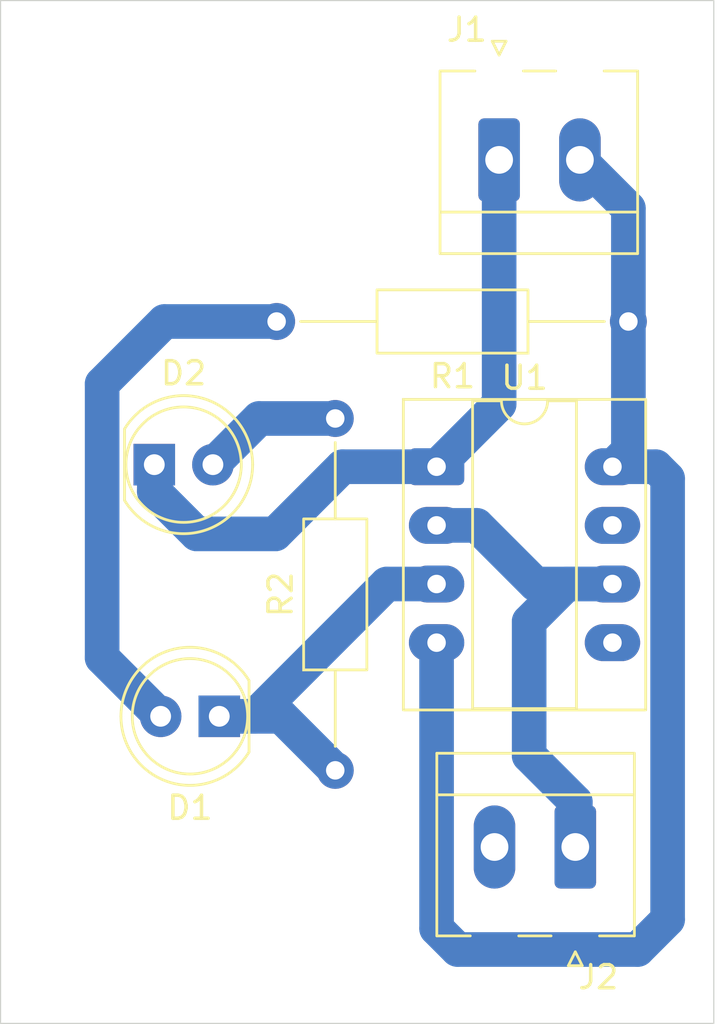
<source format=kicad_pcb>
(kicad_pcb (version 20241229) (generator "pcbnew") (generator_version "9.0")
  (title_block (title "Punta logica con 555") (date "2026-01-05") (rev "1.0") (company "Kits de electronica"))
  (layers (0 "F.Cu" signal) (2 "B.Cu" signal) (13 "F.Paste" user) (15 "B.Paste" user) (5 "F.SilkS" user "F.Silkscreen") (7 "B.SilkS" user "B.Silkscreen") (1 "F.Mask" user) (3 "B.Mask" user) (25 "Edge.Cuts" user))
  (net 0 "")
  (net 1 "Net-(D1-K)")
  (net 2 "Net-(D1-A)")
  (net 3 "GND")
  (net 4 "Net-(D2-A)")
  (net 5 "VCC")
  (net 6 "Net-(J2-Pin_1)")
  (footprint "Resistor_THT:R_Axial_DIN0207_L6.3mm_D2.5mm_P15.24mm_Horizontal" (layer "F.Cu") (at 129.1 90.02 90)
    (property "Reference" "R2" (at 7.62 -2.37 90) (layer "F.SilkS"))
    (property "Value" "1k")
    (fp_line (start 14.2 0) (end 10.89 0) (stroke (width 0.12)) (layer "F.SilkS"))
    (fp_line (start 1.04 0) (end 4.35 0) (stroke (width 0.12)) (layer "F.SilkS"))
    (fp_rect (start 4.35 -1.37) (end 10.89 1.37) (stroke (width 0.12)) (fill no) (layer "F.SilkS"))
    (pad "1" thru_hole circle (at 0 0 90) (size 1.6 1.6) (drill 0.8) (layers "*.Cu" "*.Mask") (net 1 "Net-(D1-K)"))
    (pad "2" thru_hole circle (at 15.24 0 90) (size 1.6 1.6) (drill 0.8) (layers "*.Cu" "*.Mask") (net 4 "Net-(D2-A)"))
  )
  (footprint "LED_THT:LED_D5.0mm" (layer "F.Cu") (at 124.075 87.68 180)
    (property "Reference" "D1" (at 1.27 -3.96 0) (layer "F.SilkS"))
    (property "Value" "LED")
    (fp_line (start -1.29 -1.545) (end -1.29 1.545) (stroke (width 0.12)) (layer "F.SilkS"))
    (fp_arc (start 4.26 0) (mid 2.071779 2.880495) (end -1.29 1.54483) (stroke (width 0.12)) (layer "F.SilkS"))
    (fp_arc (start -1.29 -1.54483) (mid 2.071779 -2.880495) (end 4.26 0) (stroke (width 0.12)) (layer "F.SilkS"))
    (fp_circle (center 1.27 0) (end 3.77 0) (stroke (width 0.12)) (fill no) (layer "F.SilkS"))
    (pad "1" thru_hole rect (at 0 0 180) (size 1.8 1.8) (drill 0.9) (layers "*.Cu" "*.Mask") (net 1 "Net-(D1-K)"))
    (pad "2" thru_hole circle (at 2.54 0 180) (size 1.8 1.8) (drill 0.9) (layers "*.Cu" "*.Mask") (net 2 "Net-(D1-A)"))
  )
  (footprint "Conectores_screw:PhoenixContact_MKDS_1,5_2-1727010-1x02_P3.50mm" (layer "F.Cu") (at 136.2 61.04)
    (property "Reference" "J1" (at -1.4 -3.1 0) (layer "F.SilkS"))
    (property "Value" "Conn_01x02_Pin")
    (fp_line (start -2.56 -1.31) (end -2.56 6.6) (stroke (width 0.12)) (layer "F.SilkS"))
    (fp_line (start -2.56 -1.31) (end -1.05 -1.31) (stroke (width 0.12)) (layer "F.SilkS"))
    (fp_line (start -2.56 4.8) (end 6 4.8) (stroke (width 0.12)) (layer "F.SilkS"))
    (fp_line (start -2.56 6.6) (end 6 6.6) (stroke (width 0.12)) (layer "F.SilkS"))
    (fp_line (start -0.3 -2.6) (end 0.3 -2.6) (stroke (width 0.12)) (layer "F.SilkS"))
    (fp_line (start 0 -2) (end -0.3 -2.6) (stroke (width 0.12)) (layer "F.SilkS"))
    (fp_line (start 0.3 -2.6) (end 0 -2) (stroke (width 0.12)) (layer "F.SilkS"))
    (fp_line (start 1.05 -1.31) (end 2.45 -1.31) (stroke (width 0.12)) (layer "F.SilkS"))
    (fp_line (start 4.55 -1.31) (end 6 -1.31) (stroke (width 0.12)) (layer "F.SilkS"))
    (fp_line (start 6 6.6) (end 6 -1.31) (stroke (width 0.12)) (layer "F.SilkS"))
    (pad "1" thru_hole roundrect (at 0 2.54) (size 1.8 3.6) (drill 1.2) (layers "*.Cu" "*.Mask") (roundrect_rratio 0.138889) (net 3 "GND"))
    (pad "2" thru_hole oval (at 3.5 2.54) (size 1.8 3.6) (drill 1.2) (layers "*.Cu" "*.Mask") (net 5 "VCC"))
  )
  (footprint "LED_THT:LED_D5.0mm" (layer "F.Cu") (at 121.26 76.78)
    (property "Reference" "D2" (at 1.27 -3.96 0) (layer "F.SilkS"))
    (property "Value" "LED")
    (fp_line (start -1.29 -1.545) (end -1.29 1.545) (stroke (width 0.12)) (layer "F.SilkS"))
    (fp_arc (start -1.29 -1.54483) (mid 2.071779 -2.880495) (end 4.26 0) (stroke (width 0.12)) (layer "F.SilkS"))
    (fp_arc (start 4.26 0) (mid 2.071779 2.880495) (end -1.29 1.54483) (stroke (width 0.12)) (layer "F.SilkS"))
    (fp_circle (center 1.27 0) (end 3.77 0) (stroke (width 0.12)) (fill no) (layer "F.SilkS"))
    (pad "1" thru_hole rect (at 0 0) (size 1.8 1.8) (drill 0.9) (layers "*.Cu" "*.Mask") (net 3 "GND"))
    (pad "2" thru_hole circle (at 2.54 0) (size 1.8 1.8) (drill 0.9) (layers "*.Cu" "*.Mask") (net 4 "Net-(D2-A)"))
  )
  (footprint "Package_DIP:CERDIP-8_W7.62mm_SideBrazed_LongPads_Socket" (layer "F.Cu") (at 133.49 76.87)
    (property "Reference" "U1" (at 3.81 -3.855 0) (layer "F.SilkS"))
    (property "Value" "NE555D")
    (fp_line (start 1.56 -2.855) (end 1.56 10.475) (stroke (width 0.12)) (layer "F.SilkS"))
    (fp_line (start 1.56 10.475) (end 6.06 10.475) (stroke (width 0.12)) (layer "F.SilkS"))
    (fp_line (start 2.81 -2.855) (end 1.56 -2.855) (stroke (width 0.12)) (layer "F.SilkS"))
    (fp_line (start 6.06 -2.855) (end 4.81 -2.855) (stroke (width 0.12)) (layer "F.SilkS"))
    (fp_line (start 6.06 10.475) (end 6.06 -2.855) (stroke (width 0.12)) (layer "F.SilkS"))
    (fp_rect (start -1.44 -2.915) (end 9.06 10.535) (stroke (width 0.12)) (fill no) (layer "F.SilkS"))
    (fp_arc (start 4.81 -2.855) (mid 3.81 -1.855) (end 2.81 -2.855) (stroke (width 0.12)) (layer "F.SilkS"))
    (pad "1" thru_hole roundrect (at 0 0) (size 2.4 1.6) (drill 0.8) (layers "*.Cu" "*.Mask") (roundrect_rratio 0.15625) (net 3 "GND"))
    (pad "2" thru_hole oval (at 0 2.54) (size 2.4 1.6) (drill 0.8) (layers "*.Cu" "*.Mask") (net 6 "Net-(J2-Pin_1)"))
    (pad "3" thru_hole oval (at 0 5.08) (size 2.4 1.6) (drill 0.8) (layers "*.Cu" "*.Mask") (net 1 "Net-(D1-K)"))
    (pad "4" thru_hole oval (at 0 7.62) (size 2.4 1.6) (drill 0.8) (layers "*.Cu" "*.Mask") (net 5 "VCC"))
    (pad "5" thru_hole oval (at 7.62 7.62) (size 2.4 1.6) (drill 0.8) (layers "*.Cu" "*.Mask"))
    (pad "6" thru_hole oval (at 7.62 5.08) (size 2.4 1.6) (drill 0.8) (layers "*.Cu" "*.Mask") (net 6 "Net-(J2-Pin_1)"))
    (pad "7" thru_hole oval (at 7.62 2.54) (size 2.4 1.6) (drill 0.8) (layers "*.Cu" "*.Mask"))
    (pad "8" thru_hole oval (at 7.62 0) (size 2.4 1.6) (drill 0.8) (layers "*.Cu" "*.Mask") (net 5 "VCC"))
  )
  (footprint "Resistor_THT:R_Axial_DIN0207_L6.3mm_D2.5mm_P15.24mm_Horizontal" (layer "F.Cu") (at 141.8 70.58 180)
    (property "Reference" "R1" (at 7.62 -2.37 0) (layer "F.SilkS"))
    (property "Value" "1k")
    (fp_line (start 14.2 0) (end 10.89 0) (stroke (width 0.12)) (layer "F.SilkS"))
    (fp_line (start 1.04 0) (end 4.35 0) (stroke (width 0.12)) (layer "F.SilkS"))
    (fp_rect (start 4.35 -1.37) (end 10.89 1.37) (stroke (width 0.12)) (fill no) (layer "F.SilkS"))
    (pad "1" thru_hole circle (at 0 0 180) (size 1.6 1.6) (drill 0.8) (layers "*.Cu" "*.Mask") (net 5 "VCC"))
    (pad "2" thru_hole circle (at 15.24 0 180) (size 1.6 1.6) (drill 0.8) (layers "*.Cu" "*.Mask") (net 2 "Net-(D1-A)"))
  )
  (footprint "Conectores_screw:PhoenixContact_MKDS_1,5_2-1727010-1x02_P3.50mm" (layer "F.Cu") (at 139.5 95.88 180)
    (property "Reference" "J2" (at -1 -3.1 0) (layer "F.SilkS"))
    (property "Value" "Conn_01x02_Pin")
    (fp_line (start 6 6.6) (end 6 -1.31) (stroke (width 0.12)) (layer "F.SilkS"))
    (fp_line (start 4.55 -1.31) (end 6 -1.31) (stroke (width 0.12)) (layer "F.SilkS"))
    (fp_line (start 1.05 -1.31) (end 2.45 -1.31) (stroke (width 0.12)) (layer "F.SilkS"))
    (fp_line (start 0.3 -2.6) (end 0 -2) (stroke (width 0.12)) (layer "F.SilkS"))
    (fp_line (start 0 -2) (end -0.3 -2.6) (stroke (width 0.12)) (layer "F.SilkS"))
    (fp_line (start -0.3 -2.6) (end 0.3 -2.6) (stroke (width 0.12)) (layer "F.SilkS"))
    (fp_line (start -2.56 6.6) (end 6 6.6) (stroke (width 0.12)) (layer "F.SilkS"))
    (fp_line (start -2.56 4.8) (end 6 4.8) (stroke (width 0.12)) (layer "F.SilkS"))
    (fp_line (start -2.56 -1.31) (end -1.05 -1.31) (stroke (width 0.12)) (layer "F.SilkS"))
    (fp_line (start -2.56 -1.31) (end -2.56 6.6) (stroke (width 0.12)) (layer "F.SilkS"))
    (pad "1" thru_hole roundrect (at 0 2.54 180) (size 1.8 3.6) (drill 1.2) (layers "*.Cu" "*.Mask") (roundrect_rratio 0.138889) (net 6 "Net-(J2-Pin_1)"))
    (pad "2" thru_hole oval (at 3.5 2.54 180) (size 1.8 3.6) (drill 1.2) (layers "*.Cu" "*.Mask"))
  )
  (gr_rect (start 114.6 56.68) (end 145.5 100.98) (stroke (width 0.05)) (fill no) (layer "Edge.Cuts"))
  (segment (start 124.075 87.68) (end 125.6 87.68) (width 1.5) (layer "B.Cu") (net 1))
  (segment (start 131.33 81.95) (end 133.49 81.95) (width 1.5) (layer "B.Cu") (net 1))
  (segment (start 124.075 87.68) (end 126.76 87.68) (width 1.5) (layer "B.Cu") (net 1))
  (segment (start 126.76 87.68) (end 129.1 90.02) (width 1.5) (layer "B.Cu") (net 1))
  (segment (start 125.6 87.68) (end 131.33 81.95) (width 1.5) (layer "B.Cu") (net 1))
  (segment (start 126.56 70.58) (end 121.7 70.58) (width 1.5) (layer "B.Cu") (net 2))
  (segment (start 119 73.28) (end 119 85.145) (width 1.5) (layer "B.Cu") (net 2))
  (segment (start 121.7 70.58) (end 119 73.28) (width 1.5) (layer "B.Cu") (net 2))
  (segment (start 119 85.145) (end 121.535 87.68) (width 1.5) (layer "B.Cu") (net 2))
  (segment (start 136.2 63.58) (end 136.2 74.16) (width 1.5) (layer "B.Cu") (net 3))
  (segment (start 121.26 76.78) (end 121.26 77.94) (width 1.5) (layer "B.Cu") (net 3))
  (segment (start 126.5 79.78) (end 129.41 76.87) (width 1.5) (layer "B.Cu") (net 3))
  (segment (start 121.26 77.94) (end 123.1 79.78) (width 1.5) (layer "B.Cu") (net 3))
  (segment (start 129.41 76.87) (end 133.49 76.87) (width 1.5) (layer "B.Cu") (net 3))
  (segment (start 123.1 79.78) (end 126.5 79.78) (width 1.5) (layer "B.Cu") (net 3))
  (segment (start 136.2 74.16) (end 133.49 76.87) (width 1.5) (layer "B.Cu") (net 3))
  (segment (start 125.8 74.78) (end 123.8 76.78) (width 1.5) (layer "B.Cu") (net 4))
  (segment (start 129.1 74.78) (end 125.8 74.78) (width 1.5) (layer "B.Cu") (net 4))
  (segment (start 141.8 70.58) (end 141.8 65.68) (width 1.5) (layer "B.Cu") (net 5))
  (segment (start 133.49 96.87) (end 134.4 97.78) (width 1.5) (layer "B.Cu") (net 5))
  (segment (start 134.4 97.78) (end 142.2 97.78) (width 1.5) (layer "B.Cu") (net 5))
  (segment (start 143.5 77.38) (end 142.99 76.87) (width 1.5) (layer "B.Cu") (net 5))
  (segment (start 141.8 70.58) (end 141.8 76.18) (width 1.5) (layer "B.Cu") (net 5))
  (segment (start 141.8 65.68) (end 139.7 63.58) (width 1.5) (layer "B.Cu") (net 5))
  (segment (start 142.2 97.78) (end 143.5 96.48) (width 1.5) (layer "B.Cu") (net 5))
  (segment (start 143.5 96.48) (end 143.5 77.38) (width 1.5) (layer "B.Cu") (net 5))
  (segment (start 141.8 76.18) (end 141.11 76.87) (width 1.5) (layer "B.Cu") (net 5))
  (segment (start 142.99 76.87) (end 141.11 76.87) (width 1.5) (layer "B.Cu") (net 5))
  (segment (start 133.49 84.49) (end 133.49 96.87) (width 1.5) (layer "B.Cu") (net 5))
  (segment (start 139.5 91.38) (end 139.5 93.34) (width 1.5) (layer "B.Cu") (net 6))
  (segment (start 137.5 83.58) (end 137.5 89.38) (width 1.5) (layer "B.Cu") (net 6))
  (segment (start 137.77 81.95) (end 141.11 81.95) (width 1.5) (layer "B.Cu") (net 6))
  (segment (start 133.49 79.41) (end 135.23 79.41) (width 1.5) (layer "B.Cu") (net 6))
  (segment (start 137.5 89.38) (end 139.5 91.38) (width 1.5) (layer "B.Cu") (net 6))
  (segment (start 141.11 81.95) (end 139.13 81.95) (width 1.5) (layer "B.Cu") (net 6))
  (segment (start 135.23 79.41) (end 137.77 81.95) (width 1.5) (layer "B.Cu") (net 6))
  (segment (start 139.13 81.95) (end 137.5 83.58) (width 1.5) (layer "B.Cu") (net 6))
)
</source>
